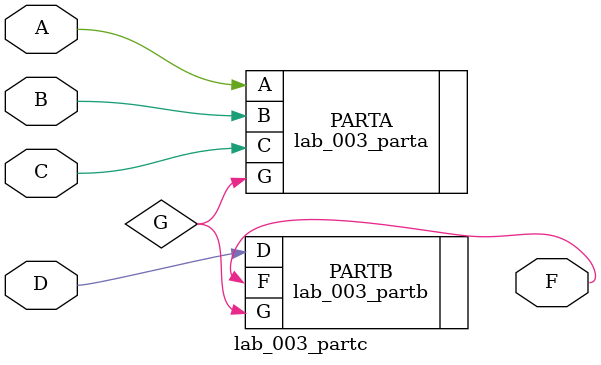
<source format=v>
module lab_003_partc (
  input A, B, C, D,
  output F
);
  wire G;	// Intermediate wire

  // Instantiate other modules
  // <modulename> <reference> (<portconnections>)
  // portconnection order defined in module definition
  // Can be explicitly defined
  lab_003_parta PARTA(.G(G), .A(A), .B(B), .C(C));
  lab_003_partb PARTB(.F(F), .G(G), .D(D));

endmodule

</source>
